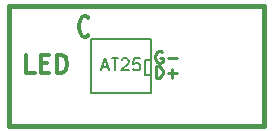
<source format=gto>
G04 (created by PCBNEW-RS274X (2012-apr-16-27)-stable) date Sat 11 May 2013 13:06:01 BST*
G01*
G70*
G90*
%MOIN*%
G04 Gerber Fmt 3.4, Leading zero omitted, Abs format*
%FSLAX34Y34*%
G04 APERTURE LIST*
%ADD10C,0.006000*%
%ADD11C,0.012000*%
%ADD12C,0.015000*%
%ADD13C,0.005000*%
%ADD14C,0.010000*%
G04 APERTURE END LIST*
G54D10*
G54D11*
X07655Y-05967D02*
X07631Y-06000D01*
X07560Y-06033D01*
X07512Y-06033D01*
X07440Y-06000D01*
X07393Y-05933D01*
X07369Y-05867D01*
X07345Y-05733D01*
X07345Y-05633D01*
X07369Y-05500D01*
X07393Y-05433D01*
X07440Y-05367D01*
X07512Y-05333D01*
X07560Y-05333D01*
X07631Y-05367D01*
X07655Y-05400D01*
G54D12*
X05000Y-09000D02*
X05000Y-05000D01*
X13500Y-09000D02*
X05000Y-09000D01*
X13500Y-05000D02*
X13500Y-09000D01*
X05000Y-05000D02*
X13500Y-05000D01*
G54D13*
X09750Y-07900D02*
X07750Y-07900D01*
X07750Y-07900D02*
X07750Y-06100D01*
X07750Y-06100D02*
X09750Y-06100D01*
X09750Y-06100D02*
X09750Y-07900D01*
X09750Y-07300D02*
X09550Y-07300D01*
X09550Y-07300D02*
X09550Y-06800D01*
X09550Y-06800D02*
X09750Y-06800D01*
X08121Y-07048D02*
X08312Y-07048D01*
X08083Y-07162D02*
X08216Y-06762D01*
X08350Y-07162D01*
X08426Y-06762D02*
X08655Y-06762D01*
X08540Y-07162D02*
X08540Y-06762D01*
X08769Y-06800D02*
X08788Y-06781D01*
X08826Y-06762D01*
X08922Y-06762D01*
X08960Y-06781D01*
X08979Y-06800D01*
X08998Y-06838D01*
X08998Y-06876D01*
X08979Y-06933D01*
X08750Y-07162D01*
X08998Y-07162D01*
X09360Y-06762D02*
X09169Y-06762D01*
X09150Y-06952D01*
X09169Y-06933D01*
X09207Y-06914D01*
X09303Y-06914D01*
X09341Y-06933D01*
X09360Y-06952D01*
X09379Y-06990D01*
X09379Y-07086D01*
X09360Y-07124D01*
X09341Y-07143D01*
X09303Y-07162D01*
X09207Y-07162D01*
X09169Y-07143D01*
X09150Y-07124D01*
G54D11*
X05865Y-07243D02*
X05579Y-07243D01*
X05579Y-06643D01*
X06065Y-06929D02*
X06265Y-06929D01*
X06351Y-07243D02*
X06065Y-07243D01*
X06065Y-06643D01*
X06351Y-06643D01*
X06608Y-07243D02*
X06608Y-06643D01*
X06751Y-06643D01*
X06836Y-06671D01*
X06894Y-06729D01*
X06922Y-06786D01*
X06951Y-06900D01*
X06951Y-06986D01*
X06922Y-07100D01*
X06894Y-07157D01*
X06836Y-07214D01*
X06751Y-07243D01*
X06608Y-07243D01*
G54D14*
X09898Y-07412D02*
X09898Y-07012D01*
X09993Y-07012D01*
X10051Y-07031D01*
X10089Y-07069D01*
X10108Y-07107D01*
X10127Y-07183D01*
X10127Y-07240D01*
X10108Y-07317D01*
X10089Y-07355D01*
X10051Y-07393D01*
X09993Y-07412D01*
X09898Y-07412D01*
X10298Y-07260D02*
X10603Y-07260D01*
X10451Y-07412D02*
X10451Y-07107D01*
X10108Y-06531D02*
X10070Y-06512D01*
X10013Y-06512D01*
X09955Y-06531D01*
X09917Y-06569D01*
X09898Y-06607D01*
X09879Y-06683D01*
X09879Y-06740D01*
X09898Y-06817D01*
X09917Y-06855D01*
X09955Y-06893D01*
X10013Y-06912D01*
X10051Y-06912D01*
X10108Y-06893D01*
X10127Y-06874D01*
X10127Y-06740D01*
X10051Y-06740D01*
X10298Y-06760D02*
X10603Y-06760D01*
M02*

</source>
